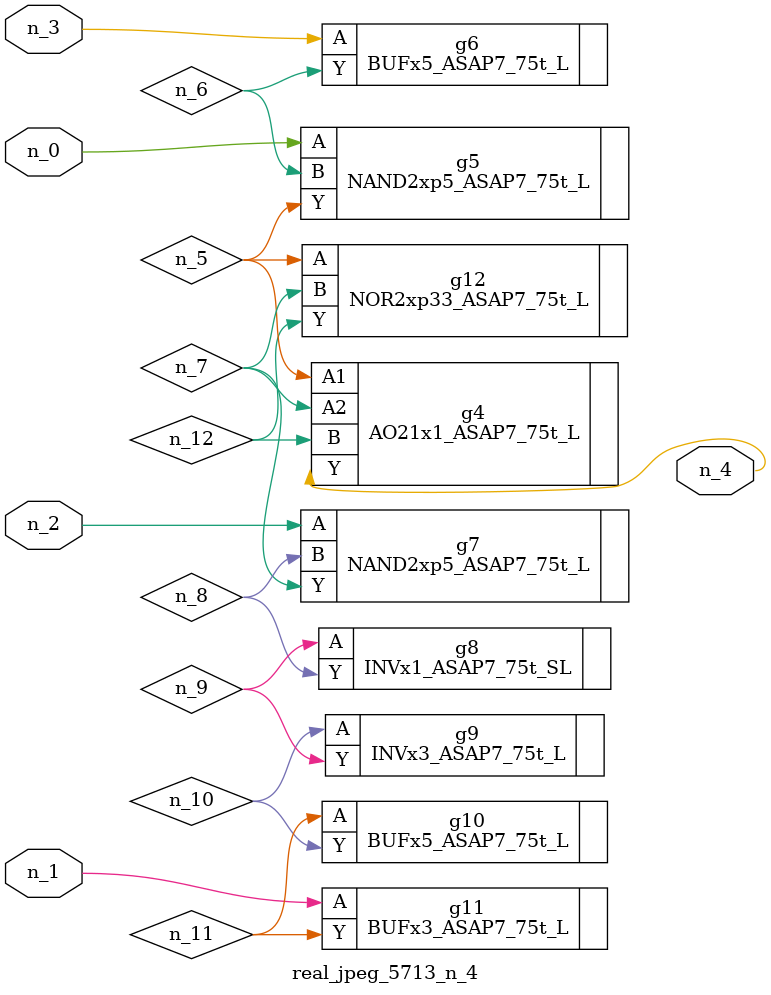
<source format=v>
module real_jpeg_5713_n_4 (n_3, n_1, n_0, n_2, n_4);

input n_3;
input n_1;
input n_0;
input n_2;

output n_4;

wire n_5;
wire n_8;
wire n_12;
wire n_11;
wire n_6;
wire n_7;
wire n_10;
wire n_9;

NAND2xp5_ASAP7_75t_L g5 ( 
.A(n_0),
.B(n_6),
.Y(n_5)
);

BUFx3_ASAP7_75t_L g11 ( 
.A(n_1),
.Y(n_11)
);

NAND2xp5_ASAP7_75t_L g7 ( 
.A(n_2),
.B(n_8),
.Y(n_7)
);

BUFx5_ASAP7_75t_L g6 ( 
.A(n_3),
.Y(n_6)
);

AO21x1_ASAP7_75t_L g4 ( 
.A1(n_5),
.A2(n_7),
.B(n_12),
.Y(n_4)
);

NOR2xp33_ASAP7_75t_L g12 ( 
.A(n_5),
.B(n_7),
.Y(n_12)
);

INVx1_ASAP7_75t_SL g8 ( 
.A(n_9),
.Y(n_8)
);

INVx3_ASAP7_75t_L g9 ( 
.A(n_10),
.Y(n_9)
);

BUFx5_ASAP7_75t_L g10 ( 
.A(n_11),
.Y(n_10)
);


endmodule
</source>
